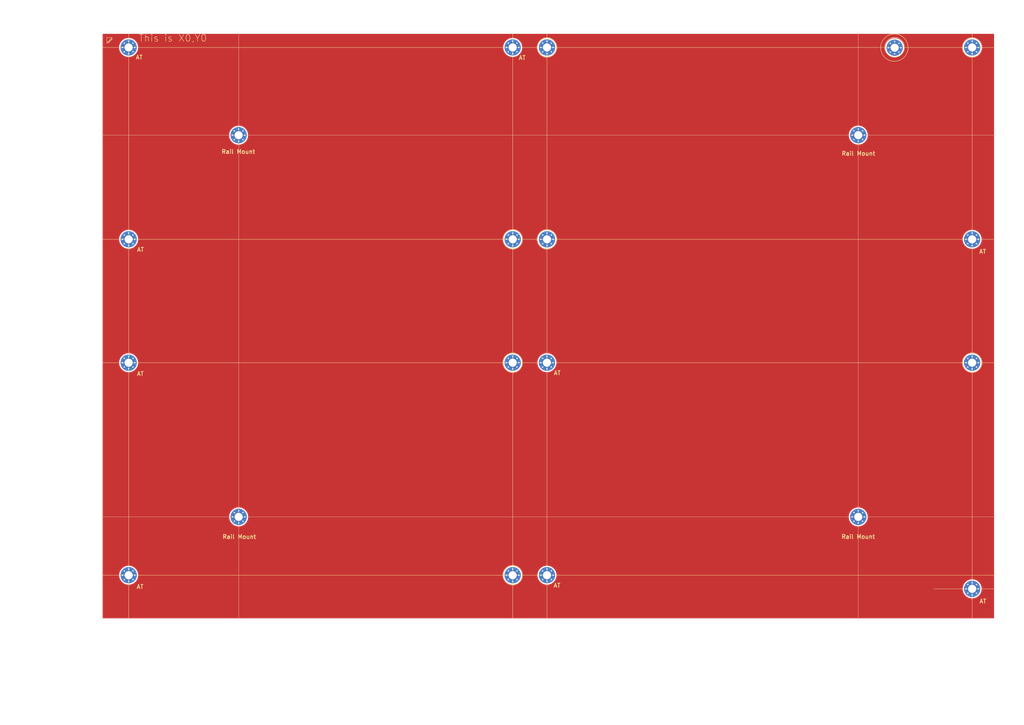
<source format=kicad_pcb>
(kicad_pcb (version 20171130) (host pcbnew "(5.1.6)-1")

  (general
    (thickness 3)
    (drawings 65)
    (tracks 0)
    (zones 0)
    (modules 22)
    (nets 1)
  )

  (page A3)
  (title_block
    (title "Baby AT Drill Setup")
    (date 2020-07-21)
    (rev 1)
    (company Hegars.com)
  )

  (layers
    (0 F.Cu signal)
    (31 B.Cu signal)
    (32 B.Adhes user)
    (33 F.Adhes user)
    (34 B.Paste user)
    (35 F.Paste user)
    (36 B.SilkS user)
    (37 F.SilkS user)
    (38 B.Mask user)
    (39 F.Mask user)
    (40 Dwgs.User user)
    (41 Cmts.User user)
    (42 Eco1.User user)
    (43 Eco2.User user)
    (44 Edge.Cuts user)
    (45 Margin user)
    (46 B.CrtYd user)
    (47 F.CrtYd user)
    (48 B.Fab user)
    (49 F.Fab user)
  )

  (setup
    (last_trace_width 0.25)
    (trace_clearance 0.2)
    (zone_clearance 0.508)
    (zone_45_only no)
    (trace_min 0.2)
    (via_size 0.8)
    (via_drill 0.4)
    (via_min_size 0.4)
    (via_min_drill 0.3)
    (uvia_size 0.3)
    (uvia_drill 0.1)
    (uvias_allowed no)
    (uvia_min_size 0.2)
    (uvia_min_drill 0.1)
    (edge_width 0.05)
    (segment_width 0.2)
    (pcb_text_width 0.3)
    (pcb_text_size 1.5 1.5)
    (mod_edge_width 0.12)
    (mod_text_size 1 1)
    (mod_text_width 0.15)
    (pad_size 1.6 1.6)
    (pad_drill 1.6)
    (pad_to_mask_clearance 0.05)
    (aux_axis_origin 0 0)
    (visible_elements 7FFFFFFF)
    (pcbplotparams
      (layerselection 0x010fc_ffffffff)
      (usegerberextensions false)
      (usegerberattributes true)
      (usegerberadvancedattributes true)
      (creategerberjobfile true)
      (excludeedgelayer true)
      (linewidth 0.100000)
      (plotframeref false)
      (viasonmask false)
      (mode 1)
      (useauxorigin false)
      (hpglpennumber 1)
      (hpglpenspeed 20)
      (hpglpendiameter 15.000000)
      (psnegative false)
      (psa4output false)
      (plotreference true)
      (plotvalue true)
      (plotinvisibletext false)
      (padsonsilk false)
      (subtractmaskfromsilk false)
      (outputformat 1)
      (mirror false)
      (drillshape 1)
      (scaleselection 1)
      (outputdirectory ""))
  )

  (net 0 "")

  (net_class Default "This is the default net class."
    (clearance 0.2)
    (trace_width 0.25)
    (via_dia 0.8)
    (via_drill 0.4)
    (uvia_dia 0.3)
    (uvia_drill 0.1)
  )

  (module Mounting_Holes:MountingHole_3mm_Pad_Via (layer F.Cu) (tedit 56DDBED4) (tstamp 5F1702C4)
    (at 280.38 179.57)
    (descr "Mounting Hole 3mm")
    (tags "mounting hole 3mm")
    (attr virtual)
    (fp_text reference REF** (at 0 -4) (layer F.SilkS) hide
      (effects (font (size 1 1) (thickness 0.15)))
    )
    (fp_text value MountingHole_3mm_Pad_Via (at 0 4) (layer F.Fab) hide
      (effects (font (size 1 1) (thickness 0.15)))
    )
    (fp_text user %R (at 0.3 0) (layer F.Fab) hide
      (effects (font (size 1 1) (thickness 0.15)))
    )
    (fp_circle (center 0 0) (end 3 0) (layer Cmts.User) (width 0.15))
    (fp_circle (center 0 0) (end 3.25 0) (layer F.CrtYd) (width 0.05))
    (pad 1 thru_hole circle (at 0 0) (size 6 6) (drill 3) (layers *.Cu *.Mask))
    (pad 1 thru_hole circle (at 2.25 0) (size 0.8 0.8) (drill 0.5) (layers *.Cu *.Mask))
    (pad 1 thru_hole circle (at 1.59099 1.59099) (size 0.8 0.8) (drill 0.5) (layers *.Cu *.Mask))
    (pad 1 thru_hole circle (at 0 2.25) (size 0.8 0.8) (drill 0.5) (layers *.Cu *.Mask))
    (pad 1 thru_hole circle (at -1.59099 1.59099) (size 0.8 0.8) (drill 0.5) (layers *.Cu *.Mask))
    (pad 1 thru_hole circle (at -2.25 0) (size 0.8 0.8) (drill 0.5) (layers *.Cu *.Mask))
    (pad 1 thru_hole circle (at -1.59099 -1.59099) (size 0.8 0.8) (drill 0.5) (layers *.Cu *.Mask))
    (pad 1 thru_hole circle (at 0 -2.25) (size 0.8 0.8) (drill 0.5) (layers *.Cu *.Mask))
    (pad 1 thru_hole circle (at 1.59099 -1.59099) (size 0.8 0.8) (drill 0.5) (layers *.Cu *.Mask))
  )

  (module Mounting_Holes:MountingHole_3mm_Pad_Via (layer F.Cu) (tedit 56DDBED4) (tstamp 5F1702A6)
    (at 280.39 38.08)
    (descr "Mounting Hole 3mm")
    (tags "mounting hole 3mm")
    (attr virtual)
    (fp_text reference REF** (at 0 -4) (layer F.SilkS) hide
      (effects (font (size 1 1) (thickness 0.15)))
    )
    (fp_text value MountingHole_3mm_Pad_Via (at 0 4) (layer F.Fab) hide
      (effects (font (size 1 1) (thickness 0.15)))
    )
    (fp_circle (center 0 0) (end 3.25 0) (layer F.CrtYd) (width 0.05))
    (fp_circle (center 0 0) (end 3 0) (layer Cmts.User) (width 0.15))
    (fp_text user %R (at 0.3 0) (layer F.Fab) hide
      (effects (font (size 1 1) (thickness 0.15)))
    )
    (pad 1 thru_hole circle (at 1.59099 -1.59099) (size 0.8 0.8) (drill 0.5) (layers *.Cu *.Mask))
    (pad 1 thru_hole circle (at 0 -2.25) (size 0.8 0.8) (drill 0.5) (layers *.Cu *.Mask))
    (pad 1 thru_hole circle (at -1.59099 -1.59099) (size 0.8 0.8) (drill 0.5) (layers *.Cu *.Mask))
    (pad 1 thru_hole circle (at -2.25 0) (size 0.8 0.8) (drill 0.5) (layers *.Cu *.Mask))
    (pad 1 thru_hole circle (at -1.59099 1.59099) (size 0.8 0.8) (drill 0.5) (layers *.Cu *.Mask))
    (pad 1 thru_hole circle (at 0 2.25) (size 0.8 0.8) (drill 0.5) (layers *.Cu *.Mask))
    (pad 1 thru_hole circle (at 1.59099 1.59099) (size 0.8 0.8) (drill 0.5) (layers *.Cu *.Mask))
    (pad 1 thru_hole circle (at 2.25 0) (size 0.8 0.8) (drill 0.5) (layers *.Cu *.Mask))
    (pad 1 thru_hole circle (at 0 0) (size 6 6) (drill 3) (layers *.Cu *.Mask))
  )

  (module Mounting_Holes:MountingHole_3mm_Pad_Via (layer F.Cu) (tedit 56DDBED4) (tstamp 5F170288)
    (at 50.9 38.1)
    (descr "Mounting Hole 3mm")
    (tags "mounting hole 3mm")
    (attr virtual)
    (fp_text reference REF** (at 0 -4) (layer F.SilkS) hide
      (effects (font (size 1 1) (thickness 0.15)))
    )
    (fp_text value MountingHole_3mm_Pad_Via (at 0 4) (layer F.Fab) hide
      (effects (font (size 1 1) (thickness 0.15)))
    )
    (fp_text user %R (at 0.3 0) (layer F.Fab) hide
      (effects (font (size 1 1) (thickness 0.15)))
    )
    (fp_circle (center 0 0) (end 3 0) (layer Cmts.User) (width 0.15))
    (fp_circle (center 0 0) (end 3.25 0) (layer F.CrtYd) (width 0.05))
    (pad 1 thru_hole circle (at 0 0) (size 6 6) (drill 3) (layers *.Cu *.Mask))
    (pad 1 thru_hole circle (at 2.25 0) (size 0.8 0.8) (drill 0.5) (layers *.Cu *.Mask))
    (pad 1 thru_hole circle (at 1.59099 1.59099) (size 0.8 0.8) (drill 0.5) (layers *.Cu *.Mask))
    (pad 1 thru_hole circle (at 0 2.25) (size 0.8 0.8) (drill 0.5) (layers *.Cu *.Mask))
    (pad 1 thru_hole circle (at -1.59099 1.59099) (size 0.8 0.8) (drill 0.5) (layers *.Cu *.Mask))
    (pad 1 thru_hole circle (at -2.25 0) (size 0.8 0.8) (drill 0.5) (layers *.Cu *.Mask))
    (pad 1 thru_hole circle (at -1.59099 -1.59099) (size 0.8 0.8) (drill 0.5) (layers *.Cu *.Mask))
    (pad 1 thru_hole circle (at 0 -2.25) (size 0.8 0.8) (drill 0.5) (layers *.Cu *.Mask))
    (pad 1 thru_hole circle (at 1.59099 -1.59099) (size 0.8 0.8) (drill 0.5) (layers *.Cu *.Mask))
  )

  (module Mounting_Holes:MountingHole_3mm_Pad_Via (layer F.Cu) (tedit 56DDBED4) (tstamp 5F17026A)
    (at 50.92 179.56)
    (descr "Mounting Hole 3mm")
    (tags "mounting hole 3mm")
    (attr virtual)
    (fp_text reference REF** (at 0 -4) (layer F.SilkS) hide
      (effects (font (size 1 1) (thickness 0.15)))
    )
    (fp_text value MountingHole_3mm_Pad_Via (at 0 4) (layer F.Fab) hide
      (effects (font (size 1 1) (thickness 0.15)))
    )
    (fp_circle (center 0 0) (end 3.25 0) (layer F.CrtYd) (width 0.05))
    (fp_circle (center 0 0) (end 3 0) (layer Cmts.User) (width 0.15))
    (fp_text user %R (at 0.3 0) (layer F.Fab) hide
      (effects (font (size 1 1) (thickness 0.15)))
    )
    (pad 1 thru_hole circle (at 1.59099 -1.59099) (size 0.8 0.8) (drill 0.5) (layers *.Cu *.Mask))
    (pad 1 thru_hole circle (at 0 -2.25) (size 0.8 0.8) (drill 0.5) (layers *.Cu *.Mask))
    (pad 1 thru_hole circle (at -1.59099 -1.59099) (size 0.8 0.8) (drill 0.5) (layers *.Cu *.Mask))
    (pad 1 thru_hole circle (at -2.25 0) (size 0.8 0.8) (drill 0.5) (layers *.Cu *.Mask))
    (pad 1 thru_hole circle (at -1.59099 1.59099) (size 0.8 0.8) (drill 0.5) (layers *.Cu *.Mask))
    (pad 1 thru_hole circle (at 0 2.25) (size 0.8 0.8) (drill 0.5) (layers *.Cu *.Mask))
    (pad 1 thru_hole circle (at 1.59099 1.59099) (size 0.8 0.8) (drill 0.5) (layers *.Cu *.Mask))
    (pad 1 thru_hole circle (at 2.25 0) (size 0.8 0.8) (drill 0.5) (layers *.Cu *.Mask))
    (pad 1 thru_hole circle (at 0 0) (size 6 6) (drill 3) (layers *.Cu *.Mask))
  )

  (module Mounting_Holes:MountingHole_3mm_Pad_Via (layer F.Cu) (tedit 56DDBED4) (tstamp 5F16EE95)
    (at 293.87 5.68)
    (descr "Mounting Hole 3mm")
    (tags "mounting hole 3mm")
    (attr virtual)
    (fp_text reference REF** (at 0 -4) (layer F.SilkS) hide
      (effects (font (size 1 1) (thickness 0.15)))
    )
    (fp_text value MountingHole_3mm_Pad_Via (at 0 4) (layer F.Fab) hide
      (effects (font (size 1 1) (thickness 0.15)))
    )
    (fp_text user %R (at 0.3 0) (layer F.Fab) hide
      (effects (font (size 1 1) (thickness 0.15)))
    )
    (fp_circle (center 0 0) (end 3 0) (layer Cmts.User) (width 0.15))
    (fp_circle (center 0 0) (end 3.25 0) (layer F.CrtYd) (width 0.05))
    (pad 1 thru_hole circle (at 0 0) (size 6 6) (drill 3) (layers *.Cu *.Mask))
    (pad 1 thru_hole circle (at 2.25 0) (size 0.8 0.8) (drill 0.5) (layers *.Cu *.Mask))
    (pad 1 thru_hole circle (at 1.59099 1.59099) (size 0.8 0.8) (drill 0.5) (layers *.Cu *.Mask))
    (pad 1 thru_hole circle (at 0 2.25) (size 0.8 0.8) (drill 0.5) (layers *.Cu *.Mask))
    (pad 1 thru_hole circle (at -1.59099 1.59099) (size 0.8 0.8) (drill 0.5) (layers *.Cu *.Mask))
    (pad 1 thru_hole circle (at -2.25 0) (size 0.8 0.8) (drill 0.5) (layers *.Cu *.Mask))
    (pad 1 thru_hole circle (at -1.59099 -1.59099) (size 0.8 0.8) (drill 0.5) (layers *.Cu *.Mask))
    (pad 1 thru_hole circle (at 0 -2.25) (size 0.8 0.8) (drill 0.5) (layers *.Cu *.Mask))
    (pad 1 thru_hole circle (at 1.59099 -1.59099) (size 0.8 0.8) (drill 0.5) (layers *.Cu *.Mask))
  )

  (module Mounting_Holes:MountingHole_3mm_Pad_Via (layer F.Cu) (tedit 56DDBED4) (tstamp 5F16EE76)
    (at 322.56 122.42)
    (descr "Mounting Hole 3mm")
    (tags "mounting hole 3mm")
    (attr virtual)
    (fp_text reference REF** (at 0 -4) (layer F.SilkS) hide
      (effects (font (size 1 1) (thickness 0.15)))
    )
    (fp_text value MountingHole_3mm_Pad_Via (at 0 4) (layer F.Fab) hide
      (effects (font (size 1 1) (thickness 0.15)))
    )
    (fp_text user %R (at 0.3 0) (layer F.Fab) hide
      (effects (font (size 1 1) (thickness 0.15)))
    )
    (fp_circle (center 0 0) (end 3 0) (layer Cmts.User) (width 0.15))
    (fp_circle (center 0 0) (end 3.25 0) (layer F.CrtYd) (width 0.05))
    (pad 1 thru_hole circle (at 0 0) (size 6 6) (drill 3) (layers *.Cu *.Mask))
    (pad 1 thru_hole circle (at 2.25 0) (size 0.8 0.8) (drill 0.5) (layers *.Cu *.Mask))
    (pad 1 thru_hole circle (at 1.59099 1.59099) (size 0.8 0.8) (drill 0.5) (layers *.Cu *.Mask))
    (pad 1 thru_hole circle (at 0 2.25) (size 0.8 0.8) (drill 0.5) (layers *.Cu *.Mask))
    (pad 1 thru_hole circle (at -1.59099 1.59099) (size 0.8 0.8) (drill 0.5) (layers *.Cu *.Mask))
    (pad 1 thru_hole circle (at -2.25 0) (size 0.8 0.8) (drill 0.5) (layers *.Cu *.Mask))
    (pad 1 thru_hole circle (at -1.59099 -1.59099) (size 0.8 0.8) (drill 0.5) (layers *.Cu *.Mask))
    (pad 1 thru_hole circle (at 0 -2.25) (size 0.8 0.8) (drill 0.5) (layers *.Cu *.Mask))
    (pad 1 thru_hole circle (at 1.59099 -1.59099) (size 0.8 0.8) (drill 0.5) (layers *.Cu *.Mask))
  )

  (module Mounting_Holes:MountingHole_3mm_Pad_Via (layer F.Cu) (tedit 56DDBED4) (tstamp 5F16EE58)
    (at 322.57 5.59)
    (descr "Mounting Hole 3mm")
    (tags "mounting hole 3mm")
    (attr virtual)
    (fp_text reference REF** (at 0 -4) (layer F.SilkS) hide
      (effects (font (size 1 1) (thickness 0.15)))
    )
    (fp_text value MountingHole_3mm_Pad_Via (at 0 4) (layer F.Fab) hide
      (effects (font (size 1 1) (thickness 0.15)))
    )
    (fp_circle (center 0 0) (end 3.25 0) (layer F.CrtYd) (width 0.05))
    (fp_circle (center 0 0) (end 3 0) (layer Cmts.User) (width 0.15))
    (fp_text user %R (at 0.3 0) (layer F.Fab) hide
      (effects (font (size 1 1) (thickness 0.15)))
    )
    (pad 1 thru_hole circle (at 1.59099 -1.59099) (size 0.8 0.8) (drill 0.5) (layers *.Cu *.Mask))
    (pad 1 thru_hole circle (at 0 -2.25) (size 0.8 0.8) (drill 0.5) (layers *.Cu *.Mask))
    (pad 1 thru_hole circle (at -1.59099 -1.59099) (size 0.8 0.8) (drill 0.5) (layers *.Cu *.Mask))
    (pad 1 thru_hole circle (at -2.25 0) (size 0.8 0.8) (drill 0.5) (layers *.Cu *.Mask))
    (pad 1 thru_hole circle (at -1.59099 1.59099) (size 0.8 0.8) (drill 0.5) (layers *.Cu *.Mask))
    (pad 1 thru_hole circle (at 0 2.25) (size 0.8 0.8) (drill 0.5) (layers *.Cu *.Mask))
    (pad 1 thru_hole circle (at 1.59099 1.59099) (size 0.8 0.8) (drill 0.5) (layers *.Cu *.Mask))
    (pad 1 thru_hole circle (at 2.25 0) (size 0.8 0.8) (drill 0.5) (layers *.Cu *.Mask))
    (pad 1 thru_hole circle (at 0 0) (size 6 6) (drill 3) (layers *.Cu *.Mask))
  )

  (module Mounting_Holes:MountingHole_3mm_Pad_Via (layer F.Cu) (tedit 56DDBED4) (tstamp 5F16EE3A)
    (at 165.11 76.69)
    (descr "Mounting Hole 3mm")
    (tags "mounting hole 3mm")
    (attr virtual)
    (fp_text reference REF** (at 0 -4) (layer F.SilkS) hide
      (effects (font (size 1 1) (thickness 0.15)))
    )
    (fp_text value MountingHole_3mm_Pad_Via (at 0 4) (layer F.Fab) hide
      (effects (font (size 1 1) (thickness 0.15)))
    )
    (fp_text user %R (at 0.3 0) (layer F.Fab) hide
      (effects (font (size 1 1) (thickness 0.15)))
    )
    (fp_circle (center 0 0) (end 3 0) (layer Cmts.User) (width 0.15))
    (fp_circle (center 0 0) (end 3.25 0) (layer F.CrtYd) (width 0.05))
    (pad 1 thru_hole circle (at 0 0) (size 6 6) (drill 3) (layers *.Cu *.Mask))
    (pad 1 thru_hole circle (at 2.25 0) (size 0.8 0.8) (drill 0.5) (layers *.Cu *.Mask))
    (pad 1 thru_hole circle (at 1.59099 1.59099) (size 0.8 0.8) (drill 0.5) (layers *.Cu *.Mask))
    (pad 1 thru_hole circle (at 0 2.25) (size 0.8 0.8) (drill 0.5) (layers *.Cu *.Mask))
    (pad 1 thru_hole circle (at -1.59099 1.59099) (size 0.8 0.8) (drill 0.5) (layers *.Cu *.Mask))
    (pad 1 thru_hole circle (at -2.25 0) (size 0.8 0.8) (drill 0.5) (layers *.Cu *.Mask))
    (pad 1 thru_hole circle (at -1.59099 -1.59099) (size 0.8 0.8) (drill 0.5) (layers *.Cu *.Mask))
    (pad 1 thru_hole circle (at 0 -2.25) (size 0.8 0.8) (drill 0.5) (layers *.Cu *.Mask))
    (pad 1 thru_hole circle (at 1.59099 -1.59099) (size 0.8 0.8) (drill 0.5) (layers *.Cu *.Mask))
  )

  (module Mounting_Holes:MountingHole_3mm_Pad_Via (layer F.Cu) (tedit 56DDBED4) (tstamp 5F16EE1C)
    (at 152.41 76.68)
    (descr "Mounting Hole 3mm")
    (tags "mounting hole 3mm")
    (attr virtual)
    (fp_text reference REF** (at 0 -4) (layer F.SilkS) hide
      (effects (font (size 1 1) (thickness 0.15)))
    )
    (fp_text value MountingHole_3mm_Pad_Via (at 0 4) (layer F.Fab) hide
      (effects (font (size 1 1) (thickness 0.15)))
    )
    (fp_circle (center 0 0) (end 3.25 0) (layer F.CrtYd) (width 0.05))
    (fp_circle (center 0 0) (end 3 0) (layer Cmts.User) (width 0.15))
    (fp_text user %R (at 0.3 0) (layer F.Fab) hide
      (effects (font (size 1 1) (thickness 0.15)))
    )
    (pad 1 thru_hole circle (at 1.59099 -1.59099) (size 0.8 0.8) (drill 0.5) (layers *.Cu *.Mask))
    (pad 1 thru_hole circle (at 0 -2.25) (size 0.8 0.8) (drill 0.5) (layers *.Cu *.Mask))
    (pad 1 thru_hole circle (at -1.59099 -1.59099) (size 0.8 0.8) (drill 0.5) (layers *.Cu *.Mask))
    (pad 1 thru_hole circle (at -2.25 0) (size 0.8 0.8) (drill 0.5) (layers *.Cu *.Mask))
    (pad 1 thru_hole circle (at -1.59099 1.59099) (size 0.8 0.8) (drill 0.5) (layers *.Cu *.Mask))
    (pad 1 thru_hole circle (at 0 2.25) (size 0.8 0.8) (drill 0.5) (layers *.Cu *.Mask))
    (pad 1 thru_hole circle (at 1.59099 1.59099) (size 0.8 0.8) (drill 0.5) (layers *.Cu *.Mask))
    (pad 1 thru_hole circle (at 2.25 0) (size 0.8 0.8) (drill 0.5) (layers *.Cu *.Mask))
    (pad 1 thru_hole circle (at 0 0) (size 6 6) (drill 3) (layers *.Cu *.Mask))
  )

  (module Mounting_Holes:MountingHole_3mm_Pad_Via (layer F.Cu) (tedit 56DDBED4) (tstamp 5F16EDFE)
    (at 165.11 5.58)
    (descr "Mounting Hole 3mm")
    (tags "mounting hole 3mm")
    (attr virtual)
    (fp_text reference REF** (at 0 -4) (layer F.SilkS) hide
      (effects (font (size 1 1) (thickness 0.15)))
    )
    (fp_text value MountingHole_3mm_Pad_Via (at 0 4) (layer F.Fab) hide
      (effects (font (size 1 1) (thickness 0.15)))
    )
    (fp_text user %R (at 0.3 0) (layer F.Fab) hide
      (effects (font (size 1 1) (thickness 0.15)))
    )
    (fp_circle (center 0 0) (end 3 0) (layer Cmts.User) (width 0.15))
    (fp_circle (center 0 0) (end 3.25 0) (layer F.CrtYd) (width 0.05))
    (pad 1 thru_hole circle (at 0 0) (size 6 6) (drill 3) (layers *.Cu *.Mask))
    (pad 1 thru_hole circle (at 2.25 0) (size 0.8 0.8) (drill 0.5) (layers *.Cu *.Mask))
    (pad 1 thru_hole circle (at 1.59099 1.59099) (size 0.8 0.8) (drill 0.5) (layers *.Cu *.Mask))
    (pad 1 thru_hole circle (at 0 2.25) (size 0.8 0.8) (drill 0.5) (layers *.Cu *.Mask))
    (pad 1 thru_hole circle (at -1.59099 1.59099) (size 0.8 0.8) (drill 0.5) (layers *.Cu *.Mask))
    (pad 1 thru_hole circle (at -2.25 0) (size 0.8 0.8) (drill 0.5) (layers *.Cu *.Mask))
    (pad 1 thru_hole circle (at -1.59099 -1.59099) (size 0.8 0.8) (drill 0.5) (layers *.Cu *.Mask))
    (pad 1 thru_hole circle (at 0 -2.25) (size 0.8 0.8) (drill 0.5) (layers *.Cu *.Mask))
    (pad 1 thru_hole circle (at 1.59099 -1.59099) (size 0.8 0.8) (drill 0.5) (layers *.Cu *.Mask))
  )

  (module Mounting_Holes:MountingHole_3mm_Pad_Via (layer F.Cu) (tedit 56DDBED4) (tstamp 5F16EDE0)
    (at 152.4 122.41)
    (descr "Mounting Hole 3mm")
    (tags "mounting hole 3mm")
    (attr virtual)
    (fp_text reference REF** (at 0 -4) (layer F.SilkS) hide
      (effects (font (size 1 1) (thickness 0.15)))
    )
    (fp_text value MountingHole_3mm_Pad_Via (at 0 4) (layer F.Fab) hide
      (effects (font (size 1 1) (thickness 0.15)))
    )
    (fp_circle (center 0 0) (end 3.25 0) (layer F.CrtYd) (width 0.05))
    (fp_circle (center 0 0) (end 3 0) (layer Cmts.User) (width 0.15))
    (fp_text user %R (at 0.3 0) (layer F.Fab) hide
      (effects (font (size 1 1) (thickness 0.15)))
    )
    (pad 1 thru_hole circle (at 1.59099 -1.59099) (size 0.8 0.8) (drill 0.5) (layers *.Cu *.Mask))
    (pad 1 thru_hole circle (at 0 -2.25) (size 0.8 0.8) (drill 0.5) (layers *.Cu *.Mask))
    (pad 1 thru_hole circle (at -1.59099 -1.59099) (size 0.8 0.8) (drill 0.5) (layers *.Cu *.Mask))
    (pad 1 thru_hole circle (at -2.25 0) (size 0.8 0.8) (drill 0.5) (layers *.Cu *.Mask))
    (pad 1 thru_hole circle (at -1.59099 1.59099) (size 0.8 0.8) (drill 0.5) (layers *.Cu *.Mask))
    (pad 1 thru_hole circle (at 0 2.25) (size 0.8 0.8) (drill 0.5) (layers *.Cu *.Mask))
    (pad 1 thru_hole circle (at 1.59099 1.59099) (size 0.8 0.8) (drill 0.5) (layers *.Cu *.Mask))
    (pad 1 thru_hole circle (at 2.25 0) (size 0.8 0.8) (drill 0.5) (layers *.Cu *.Mask))
    (pad 1 thru_hole circle (at 0 0) (size 6 6) (drill 3) (layers *.Cu *.Mask))
  )

  (module Mounting_Holes:MountingHole_3mm_Pad_Via (layer F.Cu) (tedit 56DDBED4) (tstamp 5F16EC28)
    (at 152.4 201.17)
    (descr "Mounting Hole 3mm")
    (tags "mounting hole 3mm")
    (attr virtual)
    (fp_text reference REF** (at 0 -4) (layer F.SilkS) hide
      (effects (font (size 1 1) (thickness 0.15)))
    )
    (fp_text value MountingHole_3mm_Pad_Via (at 0 4) (layer F.Fab) hide
      (effects (font (size 1 1) (thickness 0.15)))
    )
    (fp_text user %R (at 0.3 0) (layer F.Fab) hide
      (effects (font (size 1 1) (thickness 0.15)))
    )
    (fp_circle (center 0 0) (end 3 0) (layer Cmts.User) (width 0.15))
    (fp_circle (center 0 0) (end 3.25 0) (layer F.CrtYd) (width 0.05))
    (pad 1 thru_hole circle (at 0 0) (size 6 6) (drill 3) (layers *.Cu *.Mask))
    (pad 1 thru_hole circle (at 2.25 0) (size 0.8 0.8) (drill 0.5) (layers *.Cu *.Mask))
    (pad 1 thru_hole circle (at 1.59099 1.59099) (size 0.8 0.8) (drill 0.5) (layers *.Cu *.Mask))
    (pad 1 thru_hole circle (at 0 2.25) (size 0.8 0.8) (drill 0.5) (layers *.Cu *.Mask))
    (pad 1 thru_hole circle (at -1.59099 1.59099) (size 0.8 0.8) (drill 0.5) (layers *.Cu *.Mask))
    (pad 1 thru_hole circle (at -2.25 0) (size 0.8 0.8) (drill 0.5) (layers *.Cu *.Mask))
    (pad 1 thru_hole circle (at -1.59099 -1.59099) (size 0.8 0.8) (drill 0.5) (layers *.Cu *.Mask))
    (pad 1 thru_hole circle (at 0 -2.25) (size 0.8 0.8) (drill 0.5) (layers *.Cu *.Mask))
    (pad 1 thru_hole circle (at 1.59099 -1.59099) (size 0.8 0.8) (drill 0.5) (layers *.Cu *.Mask))
  )

  (module Mounting_Holes:MountingHole_3mm_Pad_Via (layer F.Cu) (tedit 56DDBED4) (tstamp 5F16AA90)
    (at 322.56 76.7)
    (descr "Mounting Hole 3mm")
    (tags "mounting hole 3mm")
    (attr virtual)
    (fp_text reference REF** (at 0 -4) (layer F.SilkS) hide
      (effects (font (size 1 1) (thickness 0.15)))
    )
    (fp_text value MountingHole_3mm_Pad_Via (at 0 4) (layer F.Fab) hide
      (effects (font (size 1 1) (thickness 0.15)))
    )
    (fp_circle (center 0 0) (end 3.25 0) (layer F.CrtYd) (width 0.05))
    (fp_circle (center 0 0) (end 3 0) (layer Cmts.User) (width 0.15))
    (fp_text user %R (at 0.3 0) (layer F.Fab) hide
      (effects (font (size 1 1) (thickness 0.15)))
    )
    (pad 1 thru_hole circle (at 1.59099 -1.59099) (size 0.8 0.8) (drill 0.5) (layers *.Cu *.Mask))
    (pad 1 thru_hole circle (at 0 -2.25) (size 0.8 0.8) (drill 0.5) (layers *.Cu *.Mask))
    (pad 1 thru_hole circle (at -1.59099 -1.59099) (size 0.8 0.8) (drill 0.5) (layers *.Cu *.Mask))
    (pad 1 thru_hole circle (at -2.25 0) (size 0.8 0.8) (drill 0.5) (layers *.Cu *.Mask))
    (pad 1 thru_hole circle (at -1.59099 1.59099) (size 0.8 0.8) (drill 0.5) (layers *.Cu *.Mask))
    (pad 1 thru_hole circle (at 0 2.25) (size 0.8 0.8) (drill 0.5) (layers *.Cu *.Mask))
    (pad 1 thru_hole circle (at 1.59099 1.59099) (size 0.8 0.8) (drill 0.5) (layers *.Cu *.Mask))
    (pad 1 thru_hole circle (at 2.25 0) (size 0.8 0.8) (drill 0.5) (layers *.Cu *.Mask))
    (pad 1 thru_hole circle (at 0 0) (size 6 6) (drill 3) (layers *.Cu *.Mask))
  )

  (module Mounting_Holes:MountingHole_3mm_Pad_Via (layer F.Cu) (tedit 56DDBED4) (tstamp 5F16AA72)
    (at 322.57 206.23)
    (descr "Mounting Hole 3mm")
    (tags "mounting hole 3mm")
    (attr virtual)
    (fp_text reference REF** (at 0 -4) (layer F.SilkS) hide
      (effects (font (size 1 1) (thickness 0.15)))
    )
    (fp_text value MountingHole_3mm_Pad_Via (at 0 4) (layer F.Fab) hide
      (effects (font (size 1 1) (thickness 0.15)))
    )
    (fp_circle (center 0 0) (end 3 0) (layer Cmts.User) (width 0.15))
    (fp_circle (center 0 0) (end 3.25 0) (layer F.CrtYd) (width 0.05))
    (fp_text user %R (at 0.3 0) (layer F.Fab) hide
      (effects (font (size 1 1) (thickness 0.15)))
    )
    (pad 1 thru_hole circle (at 0 0) (size 6 6) (drill 3) (layers *.Cu *.Mask))
    (pad 1 thru_hole circle (at 2.25 0) (size 0.8 0.8) (drill 0.5) (layers *.Cu *.Mask))
    (pad 1 thru_hole circle (at 1.59099 1.59099) (size 0.8 0.8) (drill 0.5) (layers *.Cu *.Mask))
    (pad 1 thru_hole circle (at 0 2.25) (size 0.8 0.8) (drill 0.5) (layers *.Cu *.Mask))
    (pad 1 thru_hole circle (at -1.59099 1.59099) (size 0.8 0.8) (drill 0.5) (layers *.Cu *.Mask))
    (pad 1 thru_hole circle (at -2.25 0) (size 0.8 0.8) (drill 0.5) (layers *.Cu *.Mask))
    (pad 1 thru_hole circle (at -1.59099 -1.59099) (size 0.8 0.8) (drill 0.5) (layers *.Cu *.Mask))
    (pad 1 thru_hole circle (at 0 -2.25) (size 0.8 0.8) (drill 0.5) (layers *.Cu *.Mask))
    (pad 1 thru_hole circle (at 1.59099 -1.59099) (size 0.8 0.8) (drill 0.5) (layers *.Cu *.Mask))
  )

  (module Mounting_Holes:MountingHole_3mm_Pad_Via (layer F.Cu) (tedit 56DDBED4) (tstamp 5F16AA54)
    (at 165.11 201.17)
    (descr "Mounting Hole 3mm")
    (tags "mounting hole 3mm")
    (attr virtual)
    (fp_text reference REF** (at 0 -4) (layer F.SilkS) hide
      (effects (font (size 1 1) (thickness 0.15)))
    )
    (fp_text value MountingHole_3mm_Pad_Via (at 0 4) (layer F.Fab) hide
      (effects (font (size 1 1) (thickness 0.15)))
    )
    (fp_circle (center 0 0) (end 3.25 0) (layer F.CrtYd) (width 0.05))
    (fp_circle (center 0 0) (end 3 0) (layer Cmts.User) (width 0.15))
    (fp_text user %R (at 0.3 0) (layer F.Fab) hide
      (effects (font (size 1 1) (thickness 0.15)))
    )
    (pad 1 thru_hole circle (at 1.59099 -1.59099) (size 0.8 0.8) (drill 0.5) (layers *.Cu *.Mask))
    (pad 1 thru_hole circle (at 0 -2.25) (size 0.8 0.8) (drill 0.5) (layers *.Cu *.Mask))
    (pad 1 thru_hole circle (at -1.59099 -1.59099) (size 0.8 0.8) (drill 0.5) (layers *.Cu *.Mask))
    (pad 1 thru_hole circle (at -2.25 0) (size 0.8 0.8) (drill 0.5) (layers *.Cu *.Mask))
    (pad 1 thru_hole circle (at -1.59099 1.59099) (size 0.8 0.8) (drill 0.5) (layers *.Cu *.Mask))
    (pad 1 thru_hole circle (at 0 2.25) (size 0.8 0.8) (drill 0.5) (layers *.Cu *.Mask))
    (pad 1 thru_hole circle (at 1.59099 1.59099) (size 0.8 0.8) (drill 0.5) (layers *.Cu *.Mask))
    (pad 1 thru_hole circle (at 2.25 0) (size 0.8 0.8) (drill 0.5) (layers *.Cu *.Mask))
    (pad 1 thru_hole circle (at 0 0) (size 6 6) (drill 3) (layers *.Cu *.Mask))
  )

  (module Mounting_Holes:MountingHole_3mm_Pad_Via (layer F.Cu) (tedit 56DDBED4) (tstamp 5F16AA36)
    (at 165.09 122.41)
    (descr "Mounting Hole 3mm")
    (tags "mounting hole 3mm")
    (attr virtual)
    (fp_text reference REF** (at 0 -4) (layer F.SilkS) hide
      (effects (font (size 1 1) (thickness 0.15)))
    )
    (fp_text value MountingHole_3mm_Pad_Via (at 0 4) (layer F.Fab) hide
      (effects (font (size 1 1) (thickness 0.15)))
    )
    (fp_circle (center 0 0) (end 3 0) (layer Cmts.User) (width 0.15))
    (fp_circle (center 0 0) (end 3.25 0) (layer F.CrtYd) (width 0.05))
    (fp_text user %R (at 0.3 0) (layer F.Fab) hide
      (effects (font (size 1 1) (thickness 0.15)))
    )
    (pad 1 thru_hole circle (at 0 0) (size 6 6) (drill 3) (layers *.Cu *.Mask))
    (pad 1 thru_hole circle (at 2.25 0) (size 0.8 0.8) (drill 0.5) (layers *.Cu *.Mask))
    (pad 1 thru_hole circle (at 1.59099 1.59099) (size 0.8 0.8) (drill 0.5) (layers *.Cu *.Mask))
    (pad 1 thru_hole circle (at 0 2.25) (size 0.8 0.8) (drill 0.5) (layers *.Cu *.Mask))
    (pad 1 thru_hole circle (at -1.59099 1.59099) (size 0.8 0.8) (drill 0.5) (layers *.Cu *.Mask))
    (pad 1 thru_hole circle (at -2.25 0) (size 0.8 0.8) (drill 0.5) (layers *.Cu *.Mask))
    (pad 1 thru_hole circle (at -1.59099 -1.59099) (size 0.8 0.8) (drill 0.5) (layers *.Cu *.Mask))
    (pad 1 thru_hole circle (at 0 -2.25) (size 0.8 0.8) (drill 0.5) (layers *.Cu *.Mask))
    (pad 1 thru_hole circle (at 1.59099 -1.59099) (size 0.8 0.8) (drill 0.5) (layers *.Cu *.Mask))
  )

  (module Mounting_Holes:MountingHole_3mm_Pad_Via (layer F.Cu) (tedit 56DDBED4) (tstamp 5F16AA18)
    (at 10.17 122.42)
    (descr "Mounting Hole 3mm")
    (tags "mounting hole 3mm")
    (attr virtual)
    (fp_text reference REF** (at 0 -4) (layer F.SilkS) hide
      (effects (font (size 1 1) (thickness 0.15)))
    )
    (fp_text value MountingHole_3mm_Pad_Via (at 0 4) (layer F.Fab) hide
      (effects (font (size 1 1) (thickness 0.15)))
    )
    (fp_circle (center 0 0) (end 3.25 0) (layer F.CrtYd) (width 0.05))
    (fp_circle (center 0 0) (end 3 0) (layer Cmts.User) (width 0.15))
    (fp_text user %R (at 0.3 0) (layer F.Fab) hide
      (effects (font (size 1 1) (thickness 0.15)))
    )
    (pad 1 thru_hole circle (at 1.59099 -1.59099) (size 0.8 0.8) (drill 0.5) (layers *.Cu *.Mask))
    (pad 1 thru_hole circle (at 0 -2.25) (size 0.8 0.8) (drill 0.5) (layers *.Cu *.Mask))
    (pad 1 thru_hole circle (at -1.59099 -1.59099) (size 0.8 0.8) (drill 0.5) (layers *.Cu *.Mask))
    (pad 1 thru_hole circle (at -2.25 0) (size 0.8 0.8) (drill 0.5) (layers *.Cu *.Mask))
    (pad 1 thru_hole circle (at -1.59099 1.59099) (size 0.8 0.8) (drill 0.5) (layers *.Cu *.Mask))
    (pad 1 thru_hole circle (at 0 2.25) (size 0.8 0.8) (drill 0.5) (layers *.Cu *.Mask))
    (pad 1 thru_hole circle (at 1.59099 1.59099) (size 0.8 0.8) (drill 0.5) (layers *.Cu *.Mask))
    (pad 1 thru_hole circle (at 2.25 0) (size 0.8 0.8) (drill 0.5) (layers *.Cu *.Mask))
    (pad 1 thru_hole circle (at 0 0) (size 6 6) (drill 3) (layers *.Cu *.Mask))
  )

  (module Mounting_Holes:MountingHole_3mm_Pad_Via (layer F.Cu) (tedit 56DDBED4) (tstamp 5F16A9FA)
    (at 10.18 201.17)
    (descr "Mounting Hole 3mm")
    (tags "mounting hole 3mm")
    (attr virtual)
    (fp_text reference REF** (at 0 -4) (layer F.SilkS) hide
      (effects (font (size 1 1) (thickness 0.15)))
    )
    (fp_text value MountingHole_3mm_Pad_Via (at 0 4) (layer F.Fab) hide
      (effects (font (size 1 1) (thickness 0.15)))
    )
    (fp_circle (center 0 0) (end 3 0) (layer Cmts.User) (width 0.15))
    (fp_circle (center 0 0) (end 3.25 0) (layer F.CrtYd) (width 0.05))
    (fp_text user %R (at 0.3 0) (layer F.Fab) hide
      (effects (font (size 1 1) (thickness 0.15)))
    )
    (pad 1 thru_hole circle (at 0 0) (size 6 6) (drill 3) (layers *.Cu *.Mask))
    (pad 1 thru_hole circle (at 2.25 0) (size 0.8 0.8) (drill 0.5) (layers *.Cu *.Mask))
    (pad 1 thru_hole circle (at 1.59099 1.59099) (size 0.8 0.8) (drill 0.5) (layers *.Cu *.Mask))
    (pad 1 thru_hole circle (at 0 2.25) (size 0.8 0.8) (drill 0.5) (layers *.Cu *.Mask))
    (pad 1 thru_hole circle (at -1.59099 1.59099) (size 0.8 0.8) (drill 0.5) (layers *.Cu *.Mask))
    (pad 1 thru_hole circle (at -2.25 0) (size 0.8 0.8) (drill 0.5) (layers *.Cu *.Mask))
    (pad 1 thru_hole circle (at -1.59099 -1.59099) (size 0.8 0.8) (drill 0.5) (layers *.Cu *.Mask))
    (pad 1 thru_hole circle (at 0 -2.25) (size 0.8 0.8) (drill 0.5) (layers *.Cu *.Mask))
    (pad 1 thru_hole circle (at 1.59099 -1.59099) (size 0.8 0.8) (drill 0.5) (layers *.Cu *.Mask))
  )

  (module Mounting_Holes:MountingHole_3mm_Pad_Via (layer F.Cu) (tedit 56DDBED4) (tstamp 5F16A9DC)
    (at 10.17 76.68)
    (descr "Mounting Hole 3mm")
    (tags "mounting hole 3mm")
    (attr virtual)
    (fp_text reference REF** (at 0 -4) (layer F.SilkS) hide
      (effects (font (size 1 1) (thickness 0.15)))
    )
    (fp_text value MountingHole_3mm_Pad_Via (at 0 4) (layer F.Fab) hide
      (effects (font (size 1 1) (thickness 0.15)))
    )
    (fp_circle (center 0 0) (end 3.25 0) (layer F.CrtYd) (width 0.05))
    (fp_circle (center 0 0) (end 3 0) (layer Cmts.User) (width 0.15))
    (fp_text user %R (at 0.3 0) (layer F.Fab) hide
      (effects (font (size 1 1) (thickness 0.15)))
    )
    (pad 1 thru_hole circle (at 1.59099 -1.59099) (size 0.8 0.8) (drill 0.5) (layers *.Cu *.Mask))
    (pad 1 thru_hole circle (at 0 -2.25) (size 0.8 0.8) (drill 0.5) (layers *.Cu *.Mask))
    (pad 1 thru_hole circle (at -1.59099 -1.59099) (size 0.8 0.8) (drill 0.5) (layers *.Cu *.Mask))
    (pad 1 thru_hole circle (at -2.25 0) (size 0.8 0.8) (drill 0.5) (layers *.Cu *.Mask))
    (pad 1 thru_hole circle (at -1.59099 1.59099) (size 0.8 0.8) (drill 0.5) (layers *.Cu *.Mask))
    (pad 1 thru_hole circle (at 0 2.25) (size 0.8 0.8) (drill 0.5) (layers *.Cu *.Mask))
    (pad 1 thru_hole circle (at 1.59099 1.59099) (size 0.8 0.8) (drill 0.5) (layers *.Cu *.Mask))
    (pad 1 thru_hole circle (at 2.25 0) (size 0.8 0.8) (drill 0.5) (layers *.Cu *.Mask))
    (pad 1 thru_hole circle (at 0 0) (size 6 6) (drill 3) (layers *.Cu *.Mask))
  )

  (module Mounting_Holes:MountingHole_3mm_Pad_Via (layer F.Cu) (tedit 56DDBED4) (tstamp 5F16A934)
    (at 152.4 5.58038)
    (descr "Mounting Hole 3mm")
    (tags "mounting hole 3mm")
    (attr virtual)
    (fp_text reference REF** (at 0 -4) (layer F.SilkS) hide
      (effects (font (size 1 1) (thickness 0.15)))
    )
    (fp_text value MountingHole_3mm_Pad_Via (at 0 4) (layer F.Fab) hide
      (effects (font (size 1 1) (thickness 0.15)))
    )
    (fp_circle (center 0 0) (end 3.25 0) (layer F.CrtYd) (width 0.05))
    (fp_circle (center 0 0) (end 3 0) (layer Cmts.User) (width 0.15))
    (fp_text user %R (at 0.3 0) (layer F.Fab) hide
      (effects (font (size 1 1) (thickness 0.15)))
    )
    (pad 1 thru_hole circle (at 1.59099 -1.59099) (size 0.8 0.8) (drill 0.5) (layers *.Cu *.Mask))
    (pad 1 thru_hole circle (at 0 -2.25) (size 0.8 0.8) (drill 0.5) (layers *.Cu *.Mask))
    (pad 1 thru_hole circle (at -1.59099 -1.59099) (size 0.8 0.8) (drill 0.5) (layers *.Cu *.Mask))
    (pad 1 thru_hole circle (at -2.25 0) (size 0.8 0.8) (drill 0.5) (layers *.Cu *.Mask))
    (pad 1 thru_hole circle (at -1.59099 1.59099) (size 0.8 0.8) (drill 0.5) (layers *.Cu *.Mask))
    (pad 1 thru_hole circle (at 0 2.25) (size 0.8 0.8) (drill 0.5) (layers *.Cu *.Mask))
    (pad 1 thru_hole circle (at 1.59099 1.59099) (size 0.8 0.8) (drill 0.5) (layers *.Cu *.Mask))
    (pad 1 thru_hole circle (at 2.25 0) (size 0.8 0.8) (drill 0.5) (layers *.Cu *.Mask))
    (pad 1 thru_hole circle (at 0 0) (size 6 6) (drill 3) (layers *.Cu *.Mask))
  )

  (module Mounting_Holes:MountingHole_3mm_Pad_Via (layer F.Cu) (tedit 56DDBED4) (tstamp 5F16A87B)
    (at 10.16 5.58038)
    (descr "Mounting Hole 3mm")
    (tags "mounting hole 3mm")
    (attr virtual)
    (fp_text reference REF** (at 0 -4) (layer F.SilkS) hide
      (effects (font (size 1 1) (thickness 0.15)))
    )
    (fp_text value MountingHole_3mm_Pad_Via (at 0 4) (layer F.Fab) hide
      (effects (font (size 1 1) (thickness 0.15)))
    )
    (fp_circle (center 0 0) (end 3 0) (layer Cmts.User) (width 0.15))
    (fp_circle (center 0 0) (end 3.25 0) (layer F.CrtYd) (width 0.05))
    (fp_text user %R (at 0.3 0) (layer F.Fab) hide
      (effects (font (size 1 1) (thickness 0.15)))
    )
    (pad 1 thru_hole circle (at 0 0) (size 6 6) (drill 3) (layers *.Cu *.Mask))
    (pad 1 thru_hole circle (at 2.25 0) (size 0.8 0.8) (drill 0.5) (layers *.Cu *.Mask))
    (pad 1 thru_hole circle (at 1.59099 1.59099) (size 0.8 0.8) (drill 0.5) (layers *.Cu *.Mask))
    (pad 1 thru_hole circle (at 0 2.25) (size 0.8 0.8) (drill 0.5) (layers *.Cu *.Mask))
    (pad 1 thru_hole circle (at -1.59099 1.59099) (size 0.8 0.8) (drill 0.5) (layers *.Cu *.Mask))
    (pad 1 thru_hole circle (at -2.25 0) (size 0.8 0.8) (drill 0.5) (layers *.Cu *.Mask))
    (pad 1 thru_hole circle (at -1.59099 -1.59099) (size 0.8 0.8) (drill 0.5) (layers *.Cu *.Mask))
    (pad 1 thru_hole circle (at 0 -2.25) (size 0.8 0.8) (drill 0.5) (layers *.Cu *.Mask))
    (pad 1 thru_hole circle (at 1.59099 -1.59099) (size 0.8 0.8) (drill 0.5) (layers *.Cu *.Mask))
  )

  (module Sebs:drill_1.6mm (layer F.Cu) (tedit 5F058BEA) (tstamp 5F16A724)
    (at 10.16 201.11)
    (fp_text reference REF** (at 0.4572 1.8796) (layer F.SilkS) hide
      (effects (font (size 1 1) (thickness 0.15)))
    )
    (fp_text value drill_1.6mm (at 0.0508 -1.8796) (layer F.Fab) hide
      (effects (font (size 1 1) (thickness 0.15)))
    )
    (fp_circle (center 0 0) (end 1.6 0) (layer F.CrtYd) (width 0.05))
    (pad "" np_thru_hole circle (at 0 0) (size 1.6 1.6) (drill 1.6) (layers *.Cu *.Mask)
      (solder_mask_margin 0.8))
  )

  (gr_text AT (at 326.55 210.82) (layer F.SilkS) (tstamp 5F17218D)
    (effects (font (size 1.524 1.524) (thickness 0.254)))
  )
  (gr_text AT (at 326.46 81.22) (layer F.SilkS) (tstamp 5F17218B)
    (effects (font (size 1.524 1.524) (thickness 0.254)))
  )
  (gr_text AT (at 155.94 9.39) (layer F.SilkS) (tstamp 5F172189)
    (effects (font (size 1.524 1.524) (thickness 0.254)))
  )
  (gr_text AT (at 168.92 126.23) (layer F.SilkS) (tstamp 5F172187)
    (effects (font (size 1.524 1.524) (thickness 0.254)))
  )
  (gr_text AT (at 168.81 204.99) (layer F.SilkS) (tstamp 5F172185)
    (effects (font (size 1.524 1.524) (thickness 0.254)))
  )
  (gr_text AT (at 14.4 205.46) (layer F.SilkS) (tstamp 5F172183)
    (effects (font (size 1.524 1.524) (thickness 0.254)))
  )
  (gr_text AT (at 14.51 126.51) (layer F.SilkS) (tstamp 5F172181)
    (effects (font (size 1.524 1.524) (thickness 0.254)))
  )
  (gr_text AT (at 14.56 80.52) (layer F.SilkS) (tstamp 5F17217F)
    (effects (font (size 1.524 1.524) (thickness 0.254)))
  )
  (gr_text AT (at 14.09 9.25) (layer F.SilkS) (tstamp 5F17217A)
    (effects (font (size 1.524 1.524) (thickness 0.254)))
  )
  (gr_line (start 2.56 4.01) (end 4.1 2.47) (layer F.SilkS) (width 0.12))
  (gr_line (start 2.28 4) (end 4.09 2.19) (layer F.SilkS) (width 0.12))
  (gr_line (start 2.05 3.93) (end 4.07 1.91) (layer F.SilkS) (width 0.12))
  (gr_line (start 2.05 1.91) (end 4.07 1.91) (layer F.SilkS) (width 0.12))
  (gr_line (start 2.05 3.93) (end 2.05 1.91) (layer F.SilkS) (width 0.12))
  (gr_text "Rail Mount" (at 280.38 186.89) (layer F.SilkS) (tstamp 5F171B75)
    (effects (font (size 1.524 1.524) (thickness 0.254)))
  )
  (gr_text "Rail Mount" (at 280.45 44.87) (layer F.SilkS) (tstamp 5F171B73)
    (effects (font (size 1.524 1.524) (thickness 0.254)))
  )
  (gr_text "Rail Mount" (at 50.79 44.21) (layer F.SilkS) (tstamp 5F171B71)
    (effects (font (size 1.524 1.524) (thickness 0.254)))
  )
  (gr_text "Rail Mount" (at 51.14 186.92) (layer F.SilkS)
    (effects (font (size 1.524 1.524) (thickness 0.254)))
  )
  (gr_line (start 280.38 217.67) (end 280.38 0) (layer B.SilkS) (width 0.12))
  (dimension 50.836 (width 0.12) (layer Dwgs.User)
    (gr_text "2.0014 in" (at 305.798 250.01) (layer Dwgs.User)
      (effects (font (size 1 1) (thickness 0.15)))
    )
    (feature1 (pts (xy 280.38 217.678) (xy 280.38 249.326421)))
    (feature2 (pts (xy 331.216 217.678) (xy 331.216 249.326421)))
    (crossbar (pts (xy 331.216 248.74) (xy 280.38 248.74)))
    (arrow1a (pts (xy 280.38 248.74) (xy 281.506504 248.153579)))
    (arrow1b (pts (xy 280.38 248.74) (xy 281.506504 249.326421)))
    (arrow2a (pts (xy 331.216 248.74) (xy 330.089496 248.153579)))
    (arrow2b (pts (xy 331.216 248.74) (xy 330.089496 249.326421)))
  )
  (gr_line (start 50.92 217.68) (end 50.92 -0.01) (layer B.SilkS) (width 0.12))
  (dimension 50.93 (width 0.15) (layer Dwgs.User)
    (gr_text "2.0051 in" (at 25.465 257.29) (layer Dwgs.User)
      (effects (font (size 1 1) (thickness 0.15)))
    )
    (feature1 (pts (xy 50.93 217.678) (xy 50.93 256.576421)))
    (feature2 (pts (xy 0 217.678) (xy 0 256.576421)))
    (crossbar (pts (xy 0 255.99) (xy 50.93 255.99)))
    (arrow1a (pts (xy 50.93 255.99) (xy 49.803496 256.576421)))
    (arrow1b (pts (xy 50.93 255.99) (xy 49.803496 255.403579)))
    (arrow2a (pts (xy 0 255.99) (xy 1.126504 256.576421)))
    (arrow2b (pts (xy 0 255.99) (xy 1.126504 255.403579)))
  )
  (gr_line (start 0 179.56) (end 331.22 179.56) (layer B.SilkS) (width 0.12))
  (gr_line (start 0 38.1) (end 331.21 38.1) (layer B.SilkS) (width 0.12))
  (dimension 38.1 (width 0.15) (layer Dwgs.User)
    (gr_text "1.5000 in" (at 72.08 19.05 270) (layer Dwgs.User)
      (effects (font (size 1 1) (thickness 0.15)))
    )
    (feature1 (pts (xy 0 38.1) (xy 71.366421 38.1)))
    (feature2 (pts (xy 0 0) (xy 71.366421 0)))
    (crossbar (pts (xy 70.78 0) (xy 70.78 38.1)))
    (arrow1a (pts (xy 70.78 38.1) (xy 70.193579 36.973496)))
    (arrow1b (pts (xy 70.78 38.1) (xy 71.366421 36.973496)))
    (arrow2a (pts (xy 70.78 0) (xy 70.193579 1.126504)))
    (arrow2b (pts (xy 70.78 0) (xy 71.366421 1.126504)))
  )
  (dimension 38.118 (width 0.15) (layer Dwgs.User)
    (gr_text "1.5007 in" (at 39.38 198.619 90) (layer Dwgs.User)
      (effects (font (size 1 1) (thickness 0.15)))
    )
    (feature1 (pts (xy 0 179.56) (xy 38.666421 179.56)))
    (feature2 (pts (xy 0 217.678) (xy 38.666421 217.678)))
    (crossbar (pts (xy 38.08 217.678) (xy 38.08 179.56)))
    (arrow1a (pts (xy 38.08 179.56) (xy 38.666421 180.686504)))
    (arrow1b (pts (xy 38.08 179.56) (xy 37.493579 180.686504)))
    (arrow2a (pts (xy 38.08 217.678) (xy 38.666421 216.551496)))
    (arrow2b (pts (xy 38.08 217.678) (xy 37.493579 216.551496)))
  )
  (gr_circle (center 165.1 5.58) (end 168.706938 5.58) (layer F.SilkS) (width 0.15) (tstamp 5F16EC6B))
  (gr_circle (center 293.836938 5.53) (end 297.443876 5.53) (layer F.SilkS) (width 0.15) (tstamp 5F16EC5E))
  (gr_circle (center 322.57 5.59) (end 326.176938 5.59) (layer F.SilkS) (width 0.15) (tstamp 5F16EC5C))
  (gr_circle (center 322.573062 122.42) (end 326.18 122.42) (layer F.SilkS) (width 0.15) (tstamp 5F16EC4F))
  (gr_circle (center 165.103062 76.7) (end 168.71 76.7) (layer F.SilkS) (width 0.15) (tstamp 5F16EC4D))
  (gr_circle (center 152.43 76.68) (end 156.036938 76.68) (layer F.SilkS) (width 0.15) (tstamp 5F16EC4B))
  (gr_circle (center 152.4 122.446938) (end 156.006938 122.446938) (layer F.SilkS) (width 0.15) (tstamp 5F16EC49))
  (gr_circle (center 152.41 201.15) (end 156.016938 201.15) (layer F.SilkS) (width 0.15))
  (gr_text https://pcb.hegars.com/pcb?sku=babyatdrill (at 246.35 205.91) (layer F.Mask) (tstamp 5F16DF5E)
    (effects (font (size 2.54 2.54) (thickness 0.635)))
  )
  (gr_text "BabyAT Drill Template" (at 247.2 195.49) (layer F.Mask)
    (effects (font (size 3.81 3.81) (thickness 0.635)))
  )
  (gr_line (start 152.4 0) (end 152.4 217.67) (layer F.SilkS) (width 0.12))
  (gr_line (start 322.57 217.67) (end 322.57 0) (layer F.SilkS) (width 0.12))
  (gr_line (start 331.22 206.24) (end 308.42 206.24) (layer F.SilkS) (width 0.12))
  (gr_line (start 0 76.69) (end 331.22 76.69) (layer F.SilkS) (width 0.12))
  (gr_line (start 0 122.42) (end 331.22 122.42) (layer F.SilkS) (width 0.12))
  (gr_line (start 0 5.58) (end 331.22 5.58) (layer F.SilkS) (width 0.12))
  (gr_line (start 165.1 217.67) (end 165.1 0) (layer F.SilkS) (width 0.12))
  (gr_line (start 0 201.16) (end 331.21 201.16) (layer F.SilkS) (width 0.12))
  (gr_line (start 10.16 217.68) (end 10.16 0) (layer F.SilkS) (width 0.12))
  (gr_circle (center 293.77 5.646441) (end 298.843559 5.646441) (layer F.SilkS) (width 0.15) (tstamp 5F16B097))
  (dimension 5.58 (width 0.15) (layer Dwgs.User)
    (gr_text "0.2197 in" (at -33.81 2.79 270) (layer Dwgs.User)
      (effects (font (size 1 1) (thickness 0.15)))
    )
    (feature1 (pts (xy 0 5.58) (xy -33.096421 5.58)))
    (feature2 (pts (xy 0 0) (xy -33.096421 0)))
    (crossbar (pts (xy -32.51 0) (xy -32.51 5.58)))
    (arrow1a (pts (xy -32.51 5.58) (xy -33.096421 4.453496)))
    (arrow1b (pts (xy -32.51 5.58) (xy -31.923579 4.453496)))
    (arrow2a (pts (xy -32.51 0) (xy -33.096421 1.126504)))
    (arrow2b (pts (xy -32.51 0) (xy -31.923579 1.126504)))
  )
  (dimension 10.16 (width 0.15) (layer Dwgs.User)
    (gr_text "0.4000 in" (at 5.08 -6.49) (layer Dwgs.User)
      (effects (font (size 1 1) (thickness 0.15)))
    )
    (feature1 (pts (xy 10.16 0) (xy 10.16 -5.776421)))
    (feature2 (pts (xy 0 0) (xy 0 -5.776421)))
    (crossbar (pts (xy 0 -5.19) (xy 10.16 -5.19)))
    (arrow1a (pts (xy 10.16 -5.19) (xy 9.033496 -4.603579)))
    (arrow1b (pts (xy 10.16 -5.19) (xy 9.033496 -5.776421)))
    (arrow2a (pts (xy 0 -5.19) (xy 1.126504 -4.603579)))
    (arrow2b (pts (xy 0 -5.19) (xy 1.126504 -5.776421)))
  )
  (dimension 140.978 (width 0.15) (layer Dwgs.User)
    (gr_text "5.5503 in" (at 340.418223 147.189261 89.99837433) (layer Dwgs.User)
      (effects (font (size 1 1) (thickness 0.15)))
    )
    (feature1 (pts (xy 331.22 76.7) (xy 339.706644 76.700241)))
    (feature2 (pts (xy 331.216 217.678) (xy 339.702644 217.678241)))
    (crossbar (pts (xy 339.116223 217.678224) (xy 339.120223 76.700224)))
    (arrow1a (pts (xy 339.120223 76.700224) (xy 339.706612 77.826744)))
    (arrow1b (pts (xy 339.120223 76.700224) (xy 338.53377 77.826711)))
    (arrow2a (pts (xy 339.116223 217.678224) (xy 339.702676 216.551737)))
    (arrow2b (pts (xy 339.116223 217.678224) (xy 338.529834 216.551704)))
  )
  (dimension 11.438 (width 0.15) (layer Dwgs.User)
    (gr_text "0.4503 in" (at 336.61 211.959 90) (layer Dwgs.User)
      (effects (font (size 1 1) (thickness 0.15)))
    )
    (feature1 (pts (xy 331.216 206.24) (xy 335.896421 206.24)))
    (feature2 (pts (xy 331.216 217.678) (xy 335.896421 217.678)))
    (crossbar (pts (xy 335.31 217.678) (xy 335.31 206.24)))
    (arrow1a (pts (xy 335.31 206.24) (xy 335.896421 207.366504)))
    (arrow1b (pts (xy 335.31 206.24) (xy 334.723579 207.366504)))
    (arrow2a (pts (xy 335.31 217.678) (xy 335.896421 216.551496)))
    (arrow2b (pts (xy 335.31 217.678) (xy 334.723579 216.551496)))
  )
  (dimension 8.646 (width 0.15) (layer Dwgs.User)
    (gr_text "0.3404 in" (at 326.893 226.9) (layer Dwgs.User)
      (effects (font (size 1 1) (thickness 0.15)))
    )
    (feature1 (pts (xy 322.57 217.678) (xy 322.57 226.186421)))
    (feature2 (pts (xy 331.216 217.678) (xy 331.216 226.186421)))
    (crossbar (pts (xy 331.216 225.6) (xy 322.57 225.6)))
    (arrow1a (pts (xy 322.57 225.6) (xy 323.696504 225.013579)))
    (arrow1b (pts (xy 322.57 225.6) (xy 323.696504 226.186421)))
    (arrow2a (pts (xy 331.216 225.6) (xy 330.089496 225.013579)))
    (arrow2b (pts (xy 331.216 225.6) (xy 330.089496 226.186421)))
  )
  (dimension 212.098 (width 0.15) (layer Dwgs.User)
    (gr_text "8.3503 in" (at -20.93 111.629 90) (layer Dwgs.User)
      (effects (font (size 1 1) (thickness 0.15)))
    )
    (feature1 (pts (xy 0 5.58) (xy -20.216421 5.58)))
    (feature2 (pts (xy 0 217.678) (xy -20.216421 217.678)))
    (crossbar (pts (xy -19.63 217.678) (xy -19.63 5.58)))
    (arrow1a (pts (xy -19.63 5.58) (xy -19.043579 6.706504)))
    (arrow1b (pts (xy -19.63 5.58) (xy -20.216421 6.706504)))
    (arrow2a (pts (xy -19.63 217.678) (xy -19.043579 216.551496)))
    (arrow2b (pts (xy -19.63 217.678) (xy -20.216421 216.551496)))
  )
  (dimension 140.978 (width 0.15) (layer Dwgs.User)
    (gr_text "5.5503 in" (at -14.46 147.189 90) (layer Dwgs.User)
      (effects (font (size 1 1) (thickness 0.15)))
    )
    (feature1 (pts (xy 0 76.7) (xy -13.746421 76.7)))
    (feature2 (pts (xy 0 217.678) (xy -13.746421 217.678)))
    (crossbar (pts (xy -13.16 217.678) (xy -13.16 76.7)))
    (arrow1a (pts (xy -13.16 76.7) (xy -12.573579 77.826504)))
    (arrow1b (pts (xy -13.16 76.7) (xy -13.746421 77.826504)))
    (arrow2a (pts (xy -13.16 217.678) (xy -12.573579 216.551496)))
    (arrow2b (pts (xy -13.16 217.678) (xy -13.746421 216.551496)))
  )
  (dimension 95.258 (width 0.15) (layer Dwgs.User)
    (gr_text "3.7503 in" (at -7.91 170.049 90) (layer Dwgs.User)
      (effects (font (size 1 1) (thickness 0.15)))
    )
    (feature1 (pts (xy 0 122.42) (xy -7.196421 122.42)))
    (feature2 (pts (xy 0 217.678) (xy -7.196421 217.678)))
    (crossbar (pts (xy -6.61 217.678) (xy -6.61 122.42)))
    (arrow1a (pts (xy -6.61 122.42) (xy -6.023579 123.546504)))
    (arrow1b (pts (xy -6.61 122.42) (xy -7.196421 123.546504)))
    (arrow2a (pts (xy -6.61 217.678) (xy -6.023579 216.551496)))
    (arrow2b (pts (xy -6.61 217.678) (xy -7.196421 216.551496)))
  )
  (dimension 165.1 (width 0.15) (layer Dwgs.User)
    (gr_text "6.5000 in" (at 82.54988 227.589 359.9993059) (layer Dwgs.User)
      (effects (font (size 1 1) (thickness 0.15)))
    )
    (feature1 (pts (xy 165.1 217.68) (xy 165.099889 226.876421)))
    (feature2 (pts (xy 0 217.678) (xy -0.000111 226.874421)))
    (crossbar (pts (xy -0.000104 226.288) (xy 165.099896 226.29)))
    (arrow1a (pts (xy 165.099896 226.29) (xy 163.973385 226.876407)))
    (arrow1b (pts (xy 165.099896 226.29) (xy 163.973399 225.703566)))
    (arrow2a (pts (xy -0.000104 226.288) (xy 1.126393 226.874434)))
    (arrow2b (pts (xy -0.000104 226.288) (xy 1.126407 225.701593)))
  )
  (dimension 10.16 (width 0.15) (layer Dwgs.User)
    (gr_text "0.4000 in" (at 5.08 223.18) (layer Dwgs.User)
      (effects (font (size 1 1) (thickness 0.15)))
    )
    (feature1 (pts (xy 10.16 217.678) (xy 10.16 222.466421)))
    (feature2 (pts (xy 0 217.678) (xy 0 222.466421)))
    (crossbar (pts (xy 0 221.88) (xy 10.16 221.88)))
    (arrow1a (pts (xy 10.16 221.88) (xy 9.033496 222.466421)))
    (arrow1b (pts (xy 10.16 221.88) (xy 9.033496 221.293579)))
    (arrow2a (pts (xy 0 221.88) (xy 1.126504 222.466421)))
    (arrow2b (pts (xy 0 221.88) (xy 1.126504 221.293579)))
  )
  (dimension 16.518 (width 0.15) (layer Dwgs.User)
    (gr_text "0.6503 in" (at -5.55 209.419 90) (layer Dwgs.User)
      (effects (font (size 1 1) (thickness 0.15)))
    )
    (feature1 (pts (xy 0 201.16) (xy -4.836421 201.16)))
    (feature2 (pts (xy 0 217.678) (xy -4.836421 217.678)))
    (crossbar (pts (xy -4.25 217.678) (xy -4.25 201.16)))
    (arrow1a (pts (xy -4.25 201.16) (xy -3.663579 202.286504)))
    (arrow1b (pts (xy -4.25 201.16) (xy -4.836421 202.286504)))
    (arrow2a (pts (xy -4.25 217.678) (xy -3.663579 216.551496)))
    (arrow2b (pts (xy -4.25 217.678) (xy -4.836421 216.551496)))
  )
  (dimension 152.4 (width 0.15) (layer Dwgs.User)
    (gr_text "6.0000 in" (at 76.2 -11.309184) (layer Dwgs.User)
      (effects (font (size 1 1) (thickness 0.15)))
    )
    (feature1 (pts (xy 152.4 0) (xy 152.4 -10.595605)))
    (feature2 (pts (xy 0 0) (xy 0 -10.595605)))
    (crossbar (pts (xy 0 -10.009184) (xy 152.4 -10.009184)))
    (arrow1a (pts (xy 152.4 -10.009184) (xy 151.273496 -9.422763)))
    (arrow1b (pts (xy 152.4 -10.009184) (xy 151.273496 -10.595605)))
    (arrow2a (pts (xy 0 -10.009184) (xy 1.126504 -9.422763)))
    (arrow2b (pts (xy 0 -10.009184) (xy 1.126504 -10.595605)))
  )
  (dimension 217.678 (width 0.15) (layer Dwgs.User)
    (gr_text "8.5700 in" (at -28.06 108.839 270) (layer Dwgs.User)
      (effects (font (size 1 1) (thickness 0.15)))
    )
    (feature1 (pts (xy 0 217.678) (xy -27.346421 217.678)))
    (feature2 (pts (xy 0 0) (xy -27.346421 0)))
    (crossbar (pts (xy -26.76 0) (xy -26.76 217.678)))
    (arrow1a (pts (xy -26.76 217.678) (xy -27.346421 216.551496)))
    (arrow1b (pts (xy -26.76 217.678) (xy -26.173579 216.551496)))
    (arrow2a (pts (xy -26.76 0) (xy -27.346421 1.126504)))
    (arrow2b (pts (xy -26.76 0) (xy -26.173579 1.126504)))
  )
  (dimension 331.216 (width 0.15) (layer Dwgs.User)
    (gr_text "13.0400 in" (at 165.608 236.33) (layer Dwgs.User)
      (effects (font (size 1 1) (thickness 0.15)))
    )
    (feature1 (pts (xy 331.216 217.678) (xy 331.216 235.616421)))
    (feature2 (pts (xy 0 217.678) (xy 0 235.616421)))
    (crossbar (pts (xy 0 235.03) (xy 331.216 235.03)))
    (arrow1a (pts (xy 331.216 235.03) (xy 330.089496 235.616421)))
    (arrow1b (pts (xy 331.216 235.03) (xy 330.089496 234.443579)))
    (arrow2a (pts (xy 0 235.03) (xy 1.126504 235.616421)))
    (arrow2b (pts (xy 0 235.03) (xy 1.126504 234.443579)))
  )
  (gr_text "This is X0,Y0" (at 26.52 2.13) (layer F.SilkS)
    (effects (font (size 2.54 2.54) (thickness 0.15)))
  )
  (gr_line (start 0 217.678) (end 331.216 217.678) (layer Edge.Cuts) (width 0.05))
  (gr_line (start 331.216 0) (end 331.216 217.678) (layer Edge.Cuts) (width 0.05))
  (gr_line (start 0 0) (end 331.216 0) (layer Edge.Cuts) (width 0.05))
  (gr_line (start 0 0) (end 0 217.678) (layer Edge.Cuts) (width 0.0508))

  (zone (net 0) (net_name "") (layer F.Cu) (tstamp 0) (hatch edge 0.508)
    (connect_pads (clearance 0.508))
    (min_thickness 0.254)
    (fill yes (arc_segments 32) (thermal_gap 0.508) (thermal_bridge_width 0.508))
    (polygon
      (pts
        (xy 331.22 217.68) (xy 0 217.68) (xy 0 0) (xy 331.22 0)
      )
    )
    (filled_polygon
      (pts
        (xy 330.556001 217.018) (xy 0.6604 217.018) (xy 0.6604 205.871984) (xy 318.935 205.871984) (xy 318.935 206.588016)
        (xy 319.074691 207.29029) (xy 319.348705 207.951818) (xy 319.746511 208.547177) (xy 320.252823 209.053489) (xy 320.848182 209.451295)
        (xy 321.50971 209.725309) (xy 322.211984 209.865) (xy 322.928016 209.865) (xy 323.63029 209.725309) (xy 324.291818 209.451295)
        (xy 324.887177 209.053489) (xy 325.393489 208.547177) (xy 325.791295 207.951818) (xy 326.065309 207.29029) (xy 326.205 206.588016)
        (xy 326.205 205.871984) (xy 326.065309 205.16971) (xy 325.791295 204.508182) (xy 325.393489 203.912823) (xy 324.887177 203.406511)
        (xy 324.291818 203.008705) (xy 323.63029 202.734691) (xy 322.928016 202.595) (xy 322.211984 202.595) (xy 321.50971 202.734691)
        (xy 320.848182 203.008705) (xy 320.252823 203.406511) (xy 319.746511 203.912823) (xy 319.348705 204.508182) (xy 319.074691 205.16971)
        (xy 318.935 205.871984) (xy 0.6604 205.871984) (xy 0.6604 200.811984) (xy 6.545 200.811984) (xy 6.545 201.528016)
        (xy 6.684691 202.23029) (xy 6.958705 202.891818) (xy 7.356511 203.487177) (xy 7.862823 203.993489) (xy 8.458182 204.391295)
        (xy 9.11971 204.665309) (xy 9.821984 204.805) (xy 10.538016 204.805) (xy 11.24029 204.665309) (xy 11.901818 204.391295)
        (xy 12.497177 203.993489) (xy 13.003489 203.487177) (xy 13.401295 202.891818) (xy 13.675309 202.23029) (xy 13.815 201.528016)
        (xy 13.815 200.811984) (xy 148.765 200.811984) (xy 148.765 201.528016) (xy 148.904691 202.23029) (xy 149.178705 202.891818)
        (xy 149.576511 203.487177) (xy 150.082823 203.993489) (xy 150.678182 204.391295) (xy 151.33971 204.665309) (xy 152.041984 204.805)
        (xy 152.758016 204.805) (xy 153.46029 204.665309) (xy 154.121818 204.391295) (xy 154.717177 203.993489) (xy 155.223489 203.487177)
        (xy 155.621295 202.891818) (xy 155.895309 202.23029) (xy 156.035 201.528016) (xy 156.035 200.811984) (xy 161.475 200.811984)
        (xy 161.475 201.528016) (xy 161.614691 202.23029) (xy 161.888705 202.891818) (xy 162.286511 203.487177) (xy 162.792823 203.993489)
        (xy 163.388182 204.391295) (xy 164.04971 204.665309) (xy 164.751984 204.805) (xy 165.468016 204.805) (xy 166.17029 204.665309)
        (xy 166.831818 204.391295) (xy 167.427177 203.993489) (xy 167.933489 203.487177) (xy 168.331295 202.891818) (xy 168.605309 202.23029)
        (xy 168.745 201.528016) (xy 168.745 200.811984) (xy 168.605309 200.10971) (xy 168.331295 199.448182) (xy 167.933489 198.852823)
        (xy 167.427177 198.346511) (xy 166.831818 197.948705) (xy 166.17029 197.674691) (xy 165.468016 197.535) (xy 164.751984 197.535)
        (xy 164.04971 197.674691) (xy 163.388182 197.948705) (xy 162.792823 198.346511) (xy 162.286511 198.852823) (xy 161.888705 199.448182)
        (xy 161.614691 200.10971) (xy 161.475 200.811984) (xy 156.035 200.811984) (xy 155.895309 200.10971) (xy 155.621295 199.448182)
        (xy 155.223489 198.852823) (xy 154.717177 198.346511) (xy 154.121818 197.948705) (xy 153.46029 197.674691) (xy 152.758016 197.535)
        (xy 152.041984 197.535) (xy 151.33971 197.674691) (xy 150.678182 197.948705) (xy 150.082823 198.346511) (xy 149.576511 198.852823)
        (xy 149.178705 199.448182) (xy 148.904691 200.10971) (xy 148.765 200.811984) (xy 13.815 200.811984) (xy 13.675309 200.10971)
        (xy 13.401295 199.448182) (xy 13.003489 198.852823) (xy 12.497177 198.346511) (xy 11.901818 197.948705) (xy 11.24029 197.674691)
        (xy 10.538016 197.535) (xy 9.821984 197.535) (xy 9.11971 197.674691) (xy 8.458182 197.948705) (xy 7.862823 198.346511)
        (xy 7.356511 198.852823) (xy 6.958705 199.448182) (xy 6.684691 200.10971) (xy 6.545 200.811984) (xy 0.6604 200.811984)
        (xy 0.6604 179.201984) (xy 47.285 179.201984) (xy 47.285 179.918016) (xy 47.424691 180.62029) (xy 47.698705 181.281818)
        (xy 48.096511 181.877177) (xy 48.602823 182.383489) (xy 49.198182 182.781295) (xy 49.85971 183.055309) (xy 50.561984 183.195)
        (xy 51.278016 183.195) (xy 51.98029 183.055309) (xy 52.641818 182.781295) (xy 53.237177 182.383489) (xy 53.743489 181.877177)
        (xy 54.141295 181.281818) (xy 54.415309 180.62029) (xy 54.555 179.918016) (xy 54.555 179.211984) (xy 276.745 179.211984)
        (xy 276.745 179.928016) (xy 276.884691 180.63029) (xy 277.158705 181.291818) (xy 277.556511 181.887177) (xy 278.062823 182.393489)
        (xy 278.658182 182.791295) (xy 279.31971 183.065309) (xy 280.021984 183.205) (xy 280.738016 183.205) (xy 281.44029 183.065309)
        (xy 282.101818 182.791295) (xy 282.697177 182.393489) (xy 283.203489 181.887177) (xy 283.601295 181.291818) (xy 283.875309 180.63029)
        (xy 284.015 179.928016) (xy 284.015 179.211984) (xy 283.875309 178.50971) (xy 283.601295 177.848182) (xy 283.203489 177.252823)
        (xy 282.697177 176.746511) (xy 282.101818 176.348705) (xy 281.44029 176.074691) (xy 280.738016 175.935) (xy 280.021984 175.935)
        (xy 279.31971 176.074691) (xy 278.658182 176.348705) (xy 278.062823 176.746511) (xy 277.556511 177.252823) (xy 277.158705 177.848182)
        (xy 276.884691 178.50971) (xy 276.745 179.211984) (xy 54.555 179.211984) (xy 54.555 179.201984) (xy 54.415309 178.49971)
        (xy 54.141295 177.838182) (xy 53.743489 177.242823) (xy 53.237177 176.736511) (xy 52.641818 176.338705) (xy 51.98029 176.064691)
        (xy 51.278016 175.925) (xy 50.561984 175.925) (xy 49.85971 176.064691) (xy 49.198182 176.338705) (xy 48.602823 176.736511)
        (xy 48.096511 177.242823) (xy 47.698705 177.838182) (xy 47.424691 178.49971) (xy 47.285 179.201984) (xy 0.6604 179.201984)
        (xy 0.6604 122.061984) (xy 6.535 122.061984) (xy 6.535 122.778016) (xy 6.674691 123.48029) (xy 6.948705 124.141818)
        (xy 7.346511 124.737177) (xy 7.852823 125.243489) (xy 8.448182 125.641295) (xy 9.10971 125.915309) (xy 9.811984 126.055)
        (xy 10.528016 126.055) (xy 11.23029 125.915309) (xy 11.891818 125.641295) (xy 12.487177 125.243489) (xy 12.993489 124.737177)
        (xy 13.391295 124.141818) (xy 13.665309 123.48029) (xy 13.805 122.778016) (xy 13.805 122.061984) (xy 13.803011 122.051984)
        (xy 148.765 122.051984) (xy 148.765 122.768016) (xy 148.904691 123.47029) (xy 149.178705 124.131818) (xy 149.576511 124.727177)
        (xy 150.082823 125.233489) (xy 150.678182 125.631295) (xy 151.33971 125.905309) (xy 152.041984 126.045) (xy 152.758016 126.045)
        (xy 153.46029 125.905309) (xy 154.121818 125.631295) (xy 154.717177 125.233489) (xy 155.223489 124.727177) (xy 155.621295 124.131818)
        (xy 155.895309 123.47029) (xy 156.035 122.768016) (xy 156.035 122.051984) (xy 161.455 122.051984) (xy 161.455 122.768016)
        (xy 161.594691 123.47029) (xy 161.868705 124.131818) (xy 162.266511 124.727177) (xy 162.772823 125.233489) (xy 163.368182 125.631295)
        (xy 164.02971 125.905309) (xy 164.731984 126.045) (xy 165.448016 126.045) (xy 166.15029 125.905309) (xy 166.811818 125.631295)
        (xy 167.407177 125.233489) (xy 167.913489 124.727177) (xy 168.311295 124.131818) (xy 168.585309 123.47029) (xy 168.725 122.768016)
        (xy 168.725 122.061984) (xy 318.925 122.061984) (xy 318.925 122.778016) (xy 319.064691 123.48029) (xy 319.338705 124.141818)
        (xy 319.736511 124.737177) (xy 320.242823 125.243489) (xy 320.838182 125.641295) (xy 321.49971 125.915309) (xy 322.201984 126.055)
        (xy 322.918016 126.055) (xy 323.62029 125.915309) (xy 324.281818 125.641295) (xy 324.877177 125.243489) (xy 325.383489 124.737177)
        (xy 325.781295 124.141818) (xy 326.055309 123.48029) (xy 326.195 122.778016) (xy 326.195 122.061984) (xy 326.055309 121.35971)
        (xy 325.781295 120.698182) (xy 325.383489 120.102823) (xy 324.877177 119.596511) (xy 324.281818 119.198705) (xy 323.62029 118.924691)
        (xy 322.918016 118.785) (xy 322.201984 118.785) (xy 321.49971 118.924691) (xy 320.838182 119.198705) (xy 320.242823 119.596511)
        (xy 319.736511 120.102823) (xy 319.338705 120.698182) (xy 319.064691 121.35971) (xy 318.925 122.061984) (xy 168.725 122.061984)
        (xy 168.725 122.051984) (xy 168.585309 121.34971) (xy 168.311295 120.688182) (xy 167.913489 120.092823) (xy 167.407177 119.586511)
        (xy 166.811818 119.188705) (xy 166.15029 118.914691) (xy 165.448016 118.775) (xy 164.731984 118.775) (xy 164.02971 118.914691)
        (xy 163.368182 119.188705) (xy 162.772823 119.586511) (xy 162.266511 120.092823) (xy 161.868705 120.688182) (xy 161.594691 121.34971)
        (xy 161.455 122.051984) (xy 156.035 122.051984) (xy 155.895309 121.34971) (xy 155.621295 120.688182) (xy 155.223489 120.092823)
        (xy 154.717177 119.586511) (xy 154.121818 119.188705) (xy 153.46029 118.914691) (xy 152.758016 118.775) (xy 152.041984 118.775)
        (xy 151.33971 118.914691) (xy 150.678182 119.188705) (xy 150.082823 119.586511) (xy 149.576511 120.092823) (xy 149.178705 120.688182)
        (xy 148.904691 121.34971) (xy 148.765 122.051984) (xy 13.803011 122.051984) (xy 13.665309 121.35971) (xy 13.391295 120.698182)
        (xy 12.993489 120.102823) (xy 12.487177 119.596511) (xy 11.891818 119.198705) (xy 11.23029 118.924691) (xy 10.528016 118.785)
        (xy 9.811984 118.785) (xy 9.10971 118.924691) (xy 8.448182 119.198705) (xy 7.852823 119.596511) (xy 7.346511 120.102823)
        (xy 6.948705 120.698182) (xy 6.674691 121.35971) (xy 6.535 122.061984) (xy 0.6604 122.061984) (xy 0.6604 76.321984)
        (xy 6.535 76.321984) (xy 6.535 77.038016) (xy 6.674691 77.74029) (xy 6.948705 78.401818) (xy 7.346511 78.997177)
        (xy 7.852823 79.503489) (xy 8.448182 79.901295) (xy 9.10971 80.175309) (xy 9.811984 80.315) (xy 10.528016 80.315)
        (xy 11.23029 80.175309) (xy 11.891818 79.901295) (xy 12.487177 79.503489) (xy 12.993489 78.997177) (xy 13.391295 78.401818)
        (xy 13.665309 77.74029) (xy 13.805 77.038016) (xy 13.805 76.321984) (xy 148.775 76.321984) (xy 148.775 77.038016)
        (xy 148.914691 77.74029) (xy 149.188705 78.401818) (xy 149.586511 78.997177) (xy 150.092823 79.503489) (xy 150.688182 79.901295)
        (xy 151.34971 80.175309) (xy 152.051984 80.315) (xy 152.768016 80.315) (xy 153.47029 80.175309) (xy 154.131818 79.901295)
        (xy 154.727177 79.503489) (xy 155.233489 78.997177) (xy 155.631295 78.401818) (xy 155.905309 77.74029) (xy 156.045 77.038016)
        (xy 156.045 76.331984) (xy 161.475 76.331984) (xy 161.475 77.048016) (xy 161.614691 77.75029) (xy 161.888705 78.411818)
        (xy 162.286511 79.007177) (xy 162.792823 79.513489) (xy 163.388182 79.911295) (xy 164.04971 80.185309) (xy 164.751984 80.325)
        (xy 165.468016 80.325) (xy 166.17029 80.185309) (xy 166.831818 79.911295) (xy 167.427177 79.513489) (xy 167.933489 79.007177)
        (xy 168.331295 78.411818) (xy 168.605309 77.75029) (xy 168.745 77.048016) (xy 168.745 76.341984) (xy 318.925 76.341984)
        (xy 318.925 77.058016) (xy 319.064691 77.76029) (xy 319.338705 78.421818) (xy 319.736511 79.017177) (xy 320.242823 79.523489)
        (xy 320.838182 79.921295) (xy 321.49971 80.195309) (xy 322.201984 80.335) (xy 322.918016 80.335) (xy 323.62029 80.195309)
        (xy 324.281818 79.921295) (xy 324.877177 79.523489) (xy 325.383489 79.017177) (xy 325.781295 78.421818) (xy 326.055309 77.76029)
        (xy 326.195 77.058016) (xy 326.195 76.341984) (xy 326.055309 75.63971) (xy 325.781295 74.978182) (xy 325.383489 74.382823)
        (xy 324.877177 73.876511) (xy 324.281818 73.478705) (xy 323.62029 73.204691) (xy 322.918016 73.065) (xy 322.201984 73.065)
        (xy 321.49971 73.204691) (xy 320.838182 73.478705) (xy 320.242823 73.876511) (xy 319.736511 74.382823) (xy 319.338705 74.978182)
        (xy 319.064691 75.63971) (xy 318.925 76.341984) (xy 168.745 76.341984) (xy 168.745 76.331984) (xy 168.605309 75.62971)
        (xy 168.331295 74.968182) (xy 167.933489 74.372823) (xy 167.427177 73.866511) (xy 166.831818 73.468705) (xy 166.17029 73.194691)
        (xy 165.468016 73.055) (xy 164.751984 73.055) (xy 164.04971 73.194691) (xy 163.388182 73.468705) (xy 162.792823 73.866511)
        (xy 162.286511 74.372823) (xy 161.888705 74.968182) (xy 161.614691 75.62971) (xy 161.475 76.331984) (xy 156.045 76.331984)
        (xy 156.045 76.321984) (xy 155.905309 75.61971) (xy 155.631295 74.958182) (xy 155.233489 74.362823) (xy 154.727177 73.856511)
        (xy 154.131818 73.458705) (xy 153.47029 73.184691) (xy 152.768016 73.045) (xy 152.051984 73.045) (xy 151.34971 73.184691)
        (xy 150.688182 73.458705) (xy 150.092823 73.856511) (xy 149.586511 74.362823) (xy 149.188705 74.958182) (xy 148.914691 75.61971)
        (xy 148.775 76.321984) (xy 13.805 76.321984) (xy 13.665309 75.61971) (xy 13.391295 74.958182) (xy 12.993489 74.362823)
        (xy 12.487177 73.856511) (xy 11.891818 73.458705) (xy 11.23029 73.184691) (xy 10.528016 73.045) (xy 9.811984 73.045)
        (xy 9.10971 73.184691) (xy 8.448182 73.458705) (xy 7.852823 73.856511) (xy 7.346511 74.362823) (xy 6.948705 74.958182)
        (xy 6.674691 75.61971) (xy 6.535 76.321984) (xy 0.6604 76.321984) (xy 0.6604 37.741984) (xy 47.265 37.741984)
        (xy 47.265 38.458016) (xy 47.404691 39.16029) (xy 47.678705 39.821818) (xy 48.076511 40.417177) (xy 48.582823 40.923489)
        (xy 49.178182 41.321295) (xy 49.83971 41.595309) (xy 50.541984 41.735) (xy 51.258016 41.735) (xy 51.96029 41.595309)
        (xy 52.621818 41.321295) (xy 53.217177 40.923489) (xy 53.723489 40.417177) (xy 54.121295 39.821818) (xy 54.395309 39.16029)
        (xy 54.535 38.458016) (xy 54.535 37.741984) (xy 54.531022 37.721984) (xy 276.755 37.721984) (xy 276.755 38.438016)
        (xy 276.894691 39.14029) (xy 277.168705 39.801818) (xy 277.566511 40.397177) (xy 278.072823 40.903489) (xy 278.668182 41.301295)
        (xy 279.32971 41.575309) (xy 280.031984 41.715) (xy 280.748016 41.715) (xy 281.45029 41.575309) (xy 282.111818 41.301295)
        (xy 282.707177 40.903489) (xy 283.213489 40.397177) (xy 283.611295 39.801818) (xy 283.885309 39.14029) (xy 284.025 38.438016)
        (xy 284.025 37.721984) (xy 283.885309 37.01971) (xy 283.611295 36.358182) (xy 283.213489 35.762823) (xy 282.707177 35.256511)
        (xy 282.111818 34.858705) (xy 281.45029 34.584691) (xy 280.748016 34.445) (xy 280.031984 34.445) (xy 279.32971 34.584691)
        (xy 278.668182 34.858705) (xy 278.072823 35.256511) (xy 277.566511 35.762823) (xy 277.168705 36.358182) (xy 276.894691 37.01971)
        (xy 276.755 37.721984) (xy 54.531022 37.721984) (xy 54.395309 37.03971) (xy 54.121295 36.378182) (xy 53.723489 35.782823)
        (xy 53.217177 35.276511) (xy 52.621818 34.878705) (xy 51.96029 34.604691) (xy 51.258016 34.465) (xy 50.541984 34.465)
        (xy 49.83971 34.604691) (xy 49.178182 34.878705) (xy 48.582823 35.276511) (xy 48.076511 35.782823) (xy 47.678705 36.378182)
        (xy 47.404691 37.03971) (xy 47.265 37.741984) (xy 0.6604 37.741984) (xy 0.6604 5.222364) (xy 6.525 5.222364)
        (xy 6.525 5.938396) (xy 6.664691 6.64067) (xy 6.938705 7.302198) (xy 7.336511 7.897557) (xy 7.842823 8.403869)
        (xy 8.438182 8.801675) (xy 9.09971 9.075689) (xy 9.801984 9.21538) (xy 10.518016 9.21538) (xy 11.22029 9.075689)
        (xy 11.881818 8.801675) (xy 12.477177 8.403869) (xy 12.983489 7.897557) (xy 13.381295 7.302198) (xy 13.655309 6.64067)
        (xy 13.795 5.938396) (xy 13.795 5.222364) (xy 148.765 5.222364) (xy 148.765 5.938396) (xy 148.904691 6.64067)
        (xy 149.178705 7.302198) (xy 149.576511 7.897557) (xy 150.082823 8.403869) (xy 150.678182 8.801675) (xy 151.33971 9.075689)
        (xy 152.041984 9.21538) (xy 152.758016 9.21538) (xy 153.46029 9.075689) (xy 154.121818 8.801675) (xy 154.717177 8.403869)
        (xy 155.223489 7.897557) (xy 155.621295 7.302198) (xy 155.895309 6.64067) (xy 156.035 5.938396) (xy 156.035 5.222364)
        (xy 156.034925 5.221984) (xy 161.475 5.221984) (xy 161.475 5.938016) (xy 161.614691 6.64029) (xy 161.888705 7.301818)
        (xy 162.286511 7.897177) (xy 162.792823 8.403489) (xy 163.388182 8.801295) (xy 164.04971 9.075309) (xy 164.751984 9.215)
        (xy 165.468016 9.215) (xy 166.17029 9.075309) (xy 166.831818 8.801295) (xy 167.427177 8.403489) (xy 167.933489 7.897177)
        (xy 168.331295 7.301818) (xy 168.605309 6.64029) (xy 168.745 5.938016) (xy 168.745 5.321984) (xy 290.235 5.321984)
        (xy 290.235 6.038016) (xy 290.374691 6.74029) (xy 290.648705 7.401818) (xy 291.046511 7.997177) (xy 291.552823 8.503489)
        (xy 292.148182 8.901295) (xy 292.80971 9.175309) (xy 293.511984 9.315) (xy 294.228016 9.315) (xy 294.93029 9.175309)
        (xy 295.591818 8.901295) (xy 296.187177 8.503489) (xy 296.693489 7.997177) (xy 297.091295 7.401818) (xy 297.365309 6.74029)
        (xy 297.505 6.038016) (xy 297.505 5.321984) (xy 297.487098 5.231984) (xy 318.935 5.231984) (xy 318.935 5.948016)
        (xy 319.074691 6.65029) (xy 319.348705 7.311818) (xy 319.746511 7.907177) (xy 320.252823 8.413489) (xy 320.848182 8.811295)
        (xy 321.50971 9.085309) (xy 322.211984 9.225) (xy 322.928016 9.225) (xy 323.63029 9.085309) (xy 324.291818 8.811295)
        (xy 324.887177 8.413489) (xy 325.393489 7.907177) (xy 325.791295 7.311818) (xy 326.065309 6.65029) (xy 326.205 5.948016)
        (xy 326.205 5.231984) (xy 326.065309 4.52971) (xy 325.791295 3.868182) (xy 325.393489 3.272823) (xy 324.887177 2.766511)
        (xy 324.291818 2.368705) (xy 323.63029 2.094691) (xy 322.928016 1.955) (xy 322.211984 1.955) (xy 321.50971 2.094691)
        (xy 320.848182 2.368705) (xy 320.252823 2.766511) (xy 319.746511 3.272823) (xy 319.348705 3.868182) (xy 319.074691 4.52971)
        (xy 318.935 5.231984) (xy 297.487098 5.231984) (xy 297.365309 4.61971) (xy 297.091295 3.958182) (xy 296.693489 3.362823)
        (xy 296.187177 2.856511) (xy 295.591818 2.458705) (xy 294.93029 2.184691) (xy 294.228016 2.045) (xy 293.511984 2.045)
        (xy 292.80971 2.184691) (xy 292.148182 2.458705) (xy 291.552823 2.856511) (xy 291.046511 3.362823) (xy 290.648705 3.958182)
        (xy 290.374691 4.61971) (xy 290.235 5.321984) (xy 168.745 5.321984) (xy 168.745 5.221984) (xy 168.605309 4.51971)
        (xy 168.331295 3.858182) (xy 167.933489 3.262823) (xy 167.427177 2.756511) (xy 166.831818 2.358705) (xy 166.17029 2.084691)
        (xy 165.468016 1.945) (xy 164.751984 1.945) (xy 164.04971 2.084691) (xy 163.388182 2.358705) (xy 162.792823 2.756511)
        (xy 162.286511 3.262823) (xy 161.888705 3.858182) (xy 161.614691 4.51971) (xy 161.475 5.221984) (xy 156.034925 5.221984)
        (xy 155.895309 4.52009) (xy 155.621295 3.858562) (xy 155.223489 3.263203) (xy 154.717177 2.756891) (xy 154.121818 2.359085)
        (xy 153.46029 2.085071) (xy 152.758016 1.94538) (xy 152.041984 1.94538) (xy 151.33971 2.085071) (xy 150.678182 2.359085)
        (xy 150.082823 2.756891) (xy 149.576511 3.263203) (xy 149.178705 3.858562) (xy 148.904691 4.52009) (xy 148.765 5.222364)
        (xy 13.795 5.222364) (xy 13.655309 4.52009) (xy 13.381295 3.858562) (xy 12.983489 3.263203) (xy 12.477177 2.756891)
        (xy 11.881818 2.359085) (xy 11.22029 2.085071) (xy 10.518016 1.94538) (xy 9.801984 1.94538) (xy 9.09971 2.085071)
        (xy 8.438182 2.359085) (xy 7.842823 2.756891) (xy 7.336511 3.263203) (xy 6.938705 3.858562) (xy 6.664691 4.52009)
        (xy 6.525 5.222364) (xy 0.6604 5.222364) (xy 0.6604 0.66) (xy 330.556 0.66)
      )
    )
  )
)

</source>
